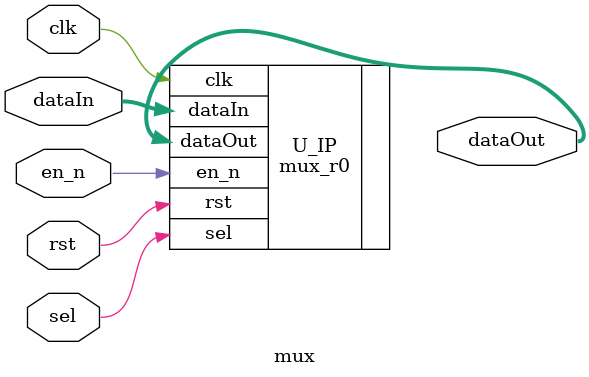
<source format=v>
/*
DESCRIPTION

NOTES

TODO

*/

module mux #(
	parameter BIT_WIDTH = 4,
	parameter DEPTH = 2,
	parameter SEL_WIDTH = log2(DEPTH),
	parameter ARCH_SEL = 1
)(
	input clk,
	input rst,
	input en_n,
	input [BIT_WIDTH*DEPTH - 1:0] dataIn,
	input [SEL_WIDTH - 1:0] sel,
	output [BIT_WIDTH - 1:0] dataOut
);
	/**********
	 *  Array Packing Defines 
	 **********/
//These are preprocessor defines similar to C/C++ preprocessor or VHDL functions
	`define PACK_ARRAY(PK_WIDTH,PK_DEPTH,PK_SRC,PK_DEST, BLOCK_ID, GEN_VAR)    genvar GEN_VAR; generate for (GEN_VAR=0; GEN_VAR<(PK_DEPTH); GEN_VAR=GEN_VAR+1) begin: BLOCK_ID assign PK_DEST[((PK_WIDTH)*GEN_VAR+((PK_WIDTH)-1)):((PK_WIDTH)*GEN_VAR)] = PK_SRC[GEN_VAR][((PK_WIDTH)-1):0]; end endgenerate
	`define UNPACK_ARRAY(PK_WIDTH,PK_DEPTH,PK_DEST,PK_SRC, BLOCK_ID, GEN_VAR)  genvar GEN_VAR; generate for (GEN_VAR=0; GEN_VAR<(PK_DEPTH); GEN_VAR=GEN_VAR+1) begin: BLOCK_ID assign PK_DEST[GEN_VAR][((PK_WIDTH)-1):0] = PK_SRC[((PK_WIDTH)*GEN_VAR+(PK_WIDTH-1)):((PK_WIDTH)*GEN_VAR)]; end endgenerate

/**********
 * Internal Signals
**********/

function integer log2; //This is a macro function (no hardware created) which finds the log2, returns log2
   input [31:0] val; //input to the function
   integer 	i;
   begin
      log2 = 0;
      for(i = 0; 2**i < val; i = i + 1)
		log2 = i + 1;
   end
endfunction

/**********
 * Glue Logic 
 **********/
/**********
 * Synchronous Logic
 **********/
/**********
 * Glue Logic 
 **********/
/**********
 * Components
 **********/
	
mux_r0 #(
  .BIT_WIDTH(BIT_WIDTH),
  .DEPTH(DEPTH),
  .SEL_WIDTH(SEL_WIDTH)
)U_IP(
  .clk(clk),
  .rst(rst),
  .en_n(en_n),
  .dataIn(dataIn),
  .sel(sel),
  .dataOut(dataOut)
);
 
/**********
 * Output Combinatorial Logic
 **********/
endmodule

</source>
